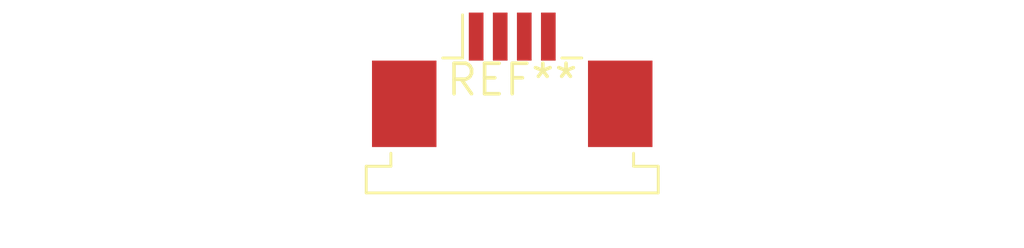
<source format=kicad_pcb>
(kicad_pcb (version 20240108) (generator pcbnew)
  (layers (0 "F.Cu" signal) (31 "B.Cu" signal) (34 "B.Paste" user) (35 "F.Paste" user) (36 "B.SilkS" user "B.Silkscreen") (37 "F.SilkS" user "F.Silkscreen") (38 "B.Mask" user) (39 "F.Mask" user) (44 "Edge.Cuts" user))
  (net 0 "")
  (footprint "TE_84952-4_1x04-1MP_P1.0mm_Horizontal" (layer "F.Cu") (at 0 0)
    (property "Reference" "REF**")
    (property "Value" "TE_84952-4_1x04-1MP_P1.0mm_Horizontal")
    (fp_line (start -6.07 3.6) (end -5.045 3.6) (layer "F.SilkS") (stroke (width 0.12)))
    (fp_line (start -6.07 4.71) (end -6.07 3.6) (layer "F.SilkS") (stroke (width 0.12)))
    (fp_line (start -5.045 3.6) (end -5.045 3.06) (layer "F.SilkS") (stroke (width 0.12)))
    (fp_line (start -2.89 -0.91) (end -2.065 -0.91) (layer "F.SilkS") (stroke (width 0.12)))
    (fp_line (start -2.065 -0.91) (end -2.065 -2.71) (layer "F.SilkS") (stroke (width 0.12)))
    (fp_line (start 2.065 -0.91) (end 2.89 -0.91) (layer "F.SilkS") (stroke (width 0.12)))
    (fp_line (start 5.045 3.06) (end 5.045 3.6) (layer "F.SilkS") (stroke (width 0.12)))
    (fp_line (start 5.045 3.6) (end 6.07 3.6) (layer "F.SilkS") (stroke (width 0.12)))
    (fp_line (start 6.07 3.6) (end 6.07 4.71) (layer "F.SilkS") (stroke (width 0.12)))
    (fp_line (start 6.07 4.71) (end -6.07 4.71) (layer "F.SilkS") (stroke (width 0.12)))
    (pad "1" smd rect (at -1.5 -1.8) (size 0.61 2) (layers "F.Cu" "F.Paste" "F.Mask"))
    (pad "2" smd rect (at -0.5 -1.8) (size 0.61 2) (layers "F.Cu" "F.Paste" "F.Mask"))
    (pad "3" smd rect (at 0.5 -1.8) (size 0.61 2) (layers "F.Cu" "F.Paste" "F.Mask"))
    (pad "4" smd rect (at 1.5 -1.8) (size 0.61 2) (layers "F.Cu" "F.Paste" "F.Mask"))
    (pad "MP" smd rect (at -4.49 1) (size 2.68 3.6) (layers "F.Cu" "F.Paste" "F.Mask"))
    (pad "MP" smd rect (at 4.49 1) (size 2.68 3.6) (layers "F.Cu" "F.Paste" "F.Mask"))
  )
)
</source>
